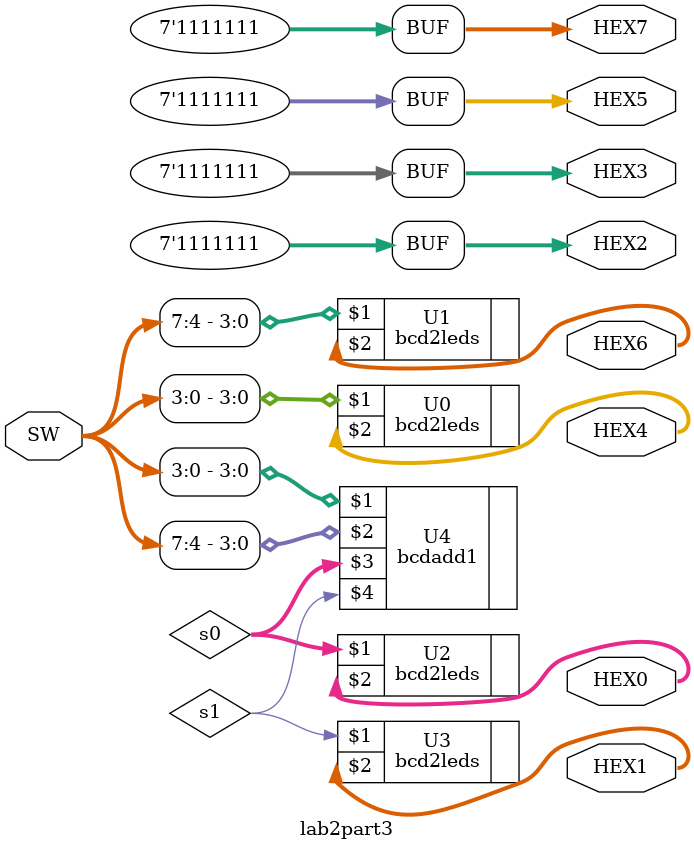
<source format=v>
module lab2part3 (SW, HEX0, HEX1, HEX2, HEX3, HEX4, HEX5, HEX6, HEX7);
	input [7:0] SW;
	output [6:0] HEX0, HEX1, HEX2, HEX3, HEX4, HEX5, HEX6, HEX7;
	wire s1; // tens sum digit
	wire [3:0] s0; // ones sum digit

	// blank unused 7-segment displays
	assign HEX2 = 7'b1111111;
	assign HEX3 = 7'b1111111;
	assign HEX5 = 7'b1111111;
	assign HEX7 = 7'b1111111;

	// display input
	bcd2leds U0 (SW[3:0], HEX4);
	bcd2leds U1 (SW[7:4], HEX6);

	// display sum
	bcd2leds U2 (s0, HEX0);
	bcd2leds U3 (s1, HEX1);

	// calculate sum
	bcdadd1 U4 (SW[3:0], SW[7:4], s0, s1);
endmodule
</source>
